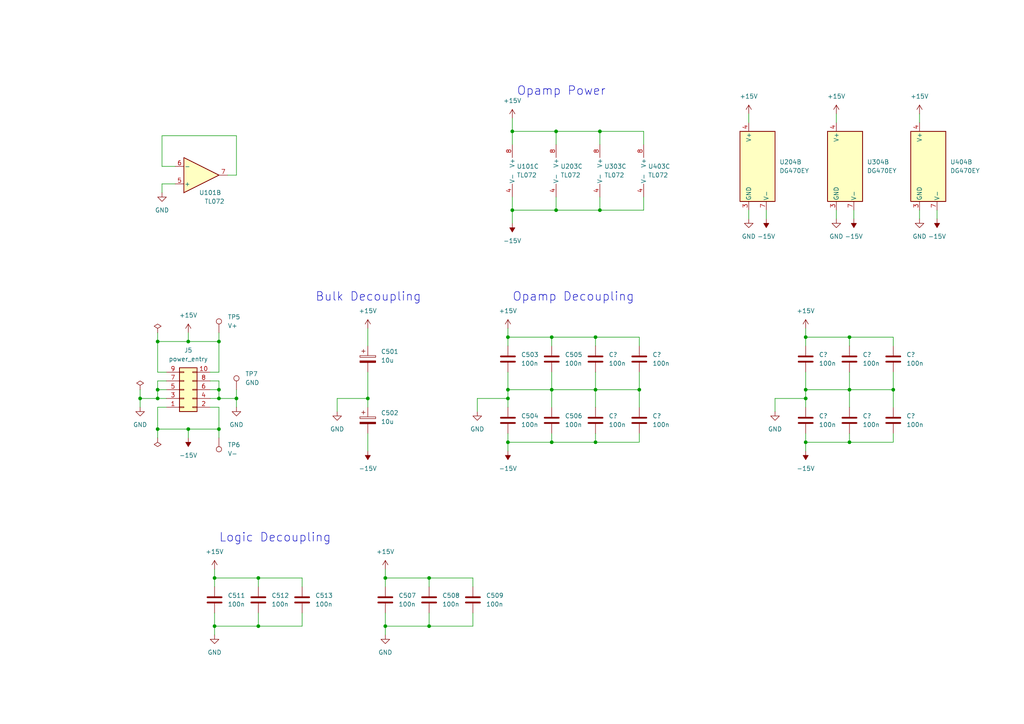
<source format=kicad_sch>
(kicad_sch (version 20211123) (generator eeschema)
  (paper "A4")
  (title_block (title "Josh Ox Ribbon Synth ADSR board") (date "2022-09-24") (rev "1.0") (comment 2 "creativecommons.org/licences/by/4.0") (comment 3 "license: CC by 4.0") (comment 4 "Author: Jordan Aceto"))
  (lib_symbols
    (symbol "Amplifier_Operational:TL072" (pin_names (offset 0.127))
      (property "Reference" "U" (at 0 5.08 0))
      (property "Value" "TL072" (at 0 -5.08 0))
      (symbol "TL072_1_1"
        (polyline (pts (xy -5.08 5.08) (xy 5.08 0) (xy -5.08 -5.08) (xy -5.08 5.08)) (stroke (width 0.254)) (fill (type background)))
        (pin output line (at 7.62 0 180) (length 2.54) (name "~") (number "1"))
        (pin input line (at -7.62 -2.54 0) (length 2.54) (name "-") (number "2"))
        (pin input line (at -7.62 2.54 0) (length 2.54) (name "+") (number "3"))
      )
      (symbol "TL072_2_1"
        (polyline (pts (xy -5.08 5.08) (xy 5.08 0) (xy -5.08 -5.08) (xy -5.08 5.08)) (stroke (width 0.254)) (fill (type background)))
        (pin input line (at -7.62 2.54 0) (length 2.54) (name "+") (number "5"))
        (pin input line (at -7.62 -2.54 0) (length 2.54) (name "-") (number "6"))
        (pin output line (at 7.62 0 180) (length 2.54) (name "~") (number "7"))
      )
      (symbol "TL072_3_1"
        (pin power_in line (at -2.54 -7.62 90) (length 3.81) (name "V-") (number "4"))
        (pin power_in line (at -2.54 7.62 270) (length 3.81) (name "V+") (number "8"))
      )
    )
    (symbol "Connector:TestPoint" (pin_numbers hide) (pin_names (offset 0.762) hide)
      (property "Reference" "TP" (at 0 6.858 0))
      (property "Value" "TestPoint" (at 0 5.08 0))
      (symbol "TestPoint_0_1"
        (circle (center 0 3.302) (radius 0.762))
      )
      (symbol "TestPoint_1_1"
        (pin passive line (at 0 0 90) (length 2.54) (name "1") (number "1"))
      )
    )
    (symbol "Connector_Generic:Conn_02x05_Odd_Even" (pin_names (offset 1.016) hide)
      (property "Reference" "J" (at 1.27 7.62 0))
      (property "Value" "Conn_02x05_Odd_Even" (at 1.27 -7.62 0))
      (symbol "Conn_02x05_Odd_Even_1_1"
        (rectangle (start -1.27 -4.953) (end 0 -5.207) (stroke (width 0.1524)))
        (rectangle (start -1.27 -2.413) (end 0 -2.667) (stroke (width 0.1524)))
        (rectangle (start -1.27 0.127) (end 0 -0.127) (stroke (width 0.1524)))
        (rectangle (start -1.27 2.667) (end 0 2.413) (stroke (width 0.1524)))
        (rectangle (start -1.27 5.207) (end 0 4.953) (stroke (width 0.1524)))
        (rectangle (start -1.27 6.35) (end 3.81 -6.35) (stroke (width 0.254)) (fill (type background)))
        (rectangle (start 3.81 -4.953) (end 2.54 -5.207) (stroke (width 0.1524)))
        (rectangle (start 3.81 -2.413) (end 2.54 -2.667) (stroke (width 0.1524)))
        (rectangle (start 3.81 0.127) (end 2.54 -0.127) (stroke (width 0.1524)))
        (rectangle (start 3.81 2.667) (end 2.54 2.413) (stroke (width 0.1524)))
        (rectangle (start 3.81 5.207) (end 2.54 4.953) (stroke (width 0.1524)))
        (pin passive line (at -5.08 5.08 0) (length 3.81) (name "Pin_1") (number "1"))
        (pin passive line (at 7.62 -5.08 180) (length 3.81) (name "Pin_10") (number "10"))
        (pin passive line (at 7.62 5.08 180) (length 3.81) (name "Pin_2") (number "2"))
        (pin passive line (at -5.08 2.54 0) (length 3.81) (name "Pin_3") (number "3"))
        (pin passive line (at 7.62 2.54 180) (length 3.81) (name "Pin_4") (number "4"))
        (pin passive line (at -5.08 0 0) (length 3.81) (name "Pin_5") (number "5"))
        (pin passive line (at 7.62 0 180) (length 3.81) (name "Pin_6") (number "6"))
        (pin passive line (at -5.08 -2.54 0) (length 3.81) (name "Pin_7") (number "7"))
        (pin passive line (at 7.62 -2.54 180) (length 3.81) (name "Pin_8") (number "8"))
        (pin passive line (at -5.08 -5.08 0) (length 3.81) (name "Pin_9") (number "9"))
      )
    )
    (symbol "DG470EY_1" (pin_names (offset 0.254))
      (property "Reference" "U?" (at 0 7.62 0))
      (property "Value" "DG470EY_1" (at 0 5.08 0))
      (symbol "DG470EY_1_1_1"
        (rectangle (start -3.81 1.905) (end 3.81 -7.62) (stroke (width 0.254)) (fill (type background)))
        (circle (center -2.159 -2.54) (radius 0.508) (stroke (width 0.254)))
        (polyline (pts (xy -5.08 -2.54) (xy -2.794 -2.54)))
        (polyline (pts (xy -1.651 -2.413) (xy 2.54 -0.635)) (stroke (width 0.254)))
        (polyline (pts (xy 0 -7.62) (xy 0 -7.112)))
        (polyline (pts (xy 0 -6.858) (xy 0 -6.604)))
        (polyline (pts (xy 0 -6.35) (xy 0 -6.096)))
        (polyline (pts (xy 0 -5.842) (xy 0 -5.588)))
        (polyline (pts (xy 0 -5.334) (xy 0 -5.08)))
        (polyline (pts (xy 0 -4.826) (xy 0 -4.572)))
        (polyline (pts (xy 0 -4.318) (xy 0 -4.064)))
        (polyline (pts (xy 0 -3.81) (xy 0 -3.556)))
        (polyline (pts (xy 0 -3.302) (xy 0 -3.048)))
        (polyline (pts (xy 0 -2.794) (xy 0 -2.54)))
        (polyline (pts (xy 0 -2.286) (xy 0 -2.032)))
        (polyline (pts (xy 0 -2.286) (xy 0 -2.032)))
        (polyline (pts (xy 5.08 -5.08) (xy 2.794 -5.08)))
        (polyline (pts (xy 5.08 0) (xy 2.794 0)))
        (circle (center 2.159 -5.08) (radius 0.508) (stroke (width 0.254)))
        (circle (center 2.159 0) (radius 0.508) (stroke (width 0.254)))
        (pin passive line (at -7.62 -2.54 0) (length 2.54) (name "~") (number "1"))
        (pin passive line (at 7.62 0 180) (length 2.54) (name "~") (number "2"))
        (pin input line (at -7.62 -6.35 0) (length 3.81) (name "~{EN}") (number "5"))
        (pin input line (at 0 -10.16 90) (length 2.54) (name "~") (number "6"))
        (pin passive line (at 7.62 -5.08 180) (length 2.54) (name "~") (number "8"))
      )
      (symbol "DG470EY_1_2_0"
        (pin power_in line (at -1.27 -12.7 90) (length 2.54) (name "GND") (number "3"))
        (pin power_in line (at -1.27 12.7 270) (length 2.54) (name "V+") (number "4"))
        (pin power_in line (at 3.81 -12.7 90) (length 2.54) (name "V-") (number "7"))
      )
      (symbol "DG470EY_1_2_1"
        (rectangle (start -3.81 10.16) (end 6.35 -10.16) (stroke (width 0.254)) (fill (type background)))
      )
    )
    (symbol "DG470EY_2" (pin_names (offset 0.254))
      (property "Reference" "U?" (at 0 7.62 0))
      (property "Value" "DG470EY_2" (at 0 5.08 0))
      (symbol "DG470EY_2_1_1"
        (rectangle (start -3.81 1.905) (end 3.81 -7.62) (stroke (width 0.254)) (fill (type background)))
        (circle (center -2.159 -2.54) (radius 0.508) (stroke (width 0.254)))
        (polyline (pts (xy -5.08 -2.54) (xy -2.794 -2.54)))
        (polyline (pts (xy -1.651 -2.413) (xy 2.54 -0.635)) (stroke (width 0.254)))
        (polyline (pts (xy 0 -7.62) (xy 0 -7.112)))
        (polyline (pts (xy 0 -6.858) (xy 0 -6.604)))
        (polyline (pts (xy 0 -6.35) (xy 0 -6.096)))
        (polyline (pts (xy 0 -5.842) (xy 0 -5.588)))
        (polyline (pts (xy 0 -5.334) (xy 0 -5.08)))
        (polyline (pts (xy 0 -4.826) (xy 0 -4.572)))
        (polyline (pts (xy 0 -4.318) (xy 0 -4.064)))
        (polyline (pts (xy 0 -3.81) (xy 0 -3.556)))
        (polyline (pts (xy 0 -3.302) (xy 0 -3.048)))
        (polyline (pts (xy 0 -2.794) (xy 0 -2.54)))
        (polyline (pts (xy 0 -2.286) (xy 0 -2.032)))
        (polyline (pts (xy 0 -2.286) (xy 0 -2.032)))
        (polyline (pts (xy 5.08 -5.08) (xy 2.794 -5.08)))
        (polyline (pts (xy 5.08 0) (xy 2.794 0)))
        (circle (center 2.159 -5.08) (radius 0.508) (stroke (width 0.254)))
        (circle (center 2.159 0) (radius 0.508) (stroke (width 0.254)))
        (pin passive line (at -7.62 -2.54 0) (length 2.54) (name "~") (number "1"))
        (pin passive line (at 7.62 0 180) (length 2.54) (name "~") (number "2"))
        (pin input line (at -7.62 -6.35 0) (length 3.81) (name "~{EN}") (number "5"))
        (pin input line (at 0 -10.16 90) (length 2.54) (name "~") (number "6"))
        (pin passive line (at 7.62 -5.08 180) (length 2.54) (name "~") (number "8"))
      )
      (symbol "DG470EY_2_2_0"
        (pin power_in line (at -1.27 -12.7 90) (length 2.54) (name "GND") (number "3"))
        (pin power_in line (at -1.27 12.7 270) (length 2.54) (name "V+") (number "4"))
        (pin power_in line (at 3.81 -12.7 90) (length 2.54) (name "V-") (number "7"))
      )
      (symbol "DG470EY_2_2_1"
        (rectangle (start -3.81 10.16) (end 6.35 -10.16) (stroke (width 0.254)) (fill (type background)))
      )
    )
    (symbol "Device:C" (pin_numbers hide) (pin_names (offset 0.254))
      (property "Reference" "C" (at 0.635 2.54 0))
      (property "Value" "C" (at 0.635 -2.54 0))
      (symbol "C_0_1"
        (polyline (pts (xy -2.032 -0.762) (xy 2.032 -0.762)) (stroke (width 0.508)))
        (polyline (pts (xy -2.032 0.762) (xy 2.032 0.762)) (stroke (width 0.508)))
      )
      (symbol "C_1_1"
        (pin passive line (at 0 3.81 270) (length 2.794) (name "~") (number "1"))
        (pin passive line (at 0 -3.81 90) (length 2.794) (name "~") (number "2"))
      )
    )
    (symbol "Device:C_Polarized" (pin_numbers hide) (pin_names (offset 0.254))
      (property "Reference" "C" (at 0.635 2.54 0))
      (property "Value" "C_Polarized" (at 0.635 -2.54 0))
      (symbol "C_Polarized_0_1"
        (rectangle (start -2.286 0.508) (end 2.286 1.016))
        (polyline (pts (xy -1.778 2.286) (xy -0.762 2.286)))
        (polyline (pts (xy -1.27 2.794) (xy -1.27 1.778)))
        (rectangle (start 2.286 -0.508) (end -2.286 -1.016) (fill (type outline)))
      )
      (symbol "C_Polarized_1_1"
        (pin passive line (at 0 3.81 270) (length 2.794) (name "~") (number "1"))
        (pin passive line (at 0 -3.81 90) (length 2.794) (name "~") (number "2"))
      )
    )
    (symbol "custom_symbols:DG470EY" (pin_names (offset 0.254))
      (property "Reference" "U?" (at 0 7.62 0))
      (property "Value" "DG470EY" (at 0 5.08 0))
      (symbol "DG470EY_1_1"
        (rectangle (start -3.81 1.905) (end 3.81 -7.62) (stroke (width 0.254)) (fill (type background)))
        (circle (center -2.159 -2.54) (radius 0.508) (stroke (width 0.254)))
        (polyline (pts (xy -5.08 -2.54) (xy -2.794 -2.54)))
        (polyline (pts (xy -1.651 -2.413) (xy 2.54 -0.635)) (stroke (width 0.254)))
        (polyline (pts (xy 0 -7.62) (xy 0 -7.112)))
        (polyline (pts (xy 0 -6.858) (xy 0 -6.604)))
        (polyline (pts (xy 0 -6.35) (xy 0 -6.096)))
        (polyline (pts (xy 0 -5.842) (xy 0 -5.588)))
        (polyline (pts (xy 0 -5.334) (xy 0 -5.08)))
        (polyline (pts (xy 0 -4.826) (xy 0 -4.572)))
        (polyline (pts (xy 0 -4.318) (xy 0 -4.064)))
        (polyline (pts (xy 0 -3.81) (xy 0 -3.556)))
        (polyline (pts (xy 0 -3.302) (xy 0 -3.048)))
        (polyline (pts (xy 0 -2.794) (xy 0 -2.54)))
        (polyline (pts (xy 0 -2.286) (xy 0 -2.032)))
        (polyline (pts (xy 0 -2.286) (xy 0 -2.032)))
        (polyline (pts (xy 5.08 -5.08) (xy 2.794 -5.08)))
        (polyline (pts (xy 5.08 0) (xy 2.794 0)))
        (circle (center 2.159 -5.08) (radius 0.508) (stroke (width 0.254)))
        (circle (center 2.159 0) (radius 0.508) (stroke (width 0.254)))
        (pin passive line (at -7.62 -2.54 0) (length 2.54) (name "~") (number "1"))
        (pin passive line (at 7.62 0 180) (length 2.54) (name "~") (number "2"))
        (pin input line (at -7.62 -6.35 0) (length 3.81) (name "~{EN}") (number "5"))
        (pin input line (at 0 -10.16 90) (length 2.54) (name "~") (number "6"))
        (pin passive line (at 7.62 -5.08 180) (length 2.54) (name "~") (number "8"))
      )
      (symbol "DG470EY_2_0"
        (pin power_in line (at -1.27 -12.7 90) (length 2.54) (name "GND") (number "3"))
        (pin power_in line (at -1.27 12.7 270) (length 2.54) (name "V+") (number "4"))
        (pin power_in line (at 3.81 -12.7 90) (length 2.54) (name "V-") (number "7"))
      )
      (symbol "DG470EY_2_1"
        (rectangle (start -3.81 10.16) (end 6.35 -10.16) (stroke (width 0.254)) (fill (type background)))
      )
    )
    (symbol "power:+15V" (power) (pin_names (offset 0))
      (property "Value" "+15V" (at 0 3.556 0))
      (symbol "+15V_0_1"
        (polyline (pts (xy -0.762 1.27) (xy 0 2.54)))
        (polyline (pts (xy 0 0) (xy 0 2.54)))
        (polyline (pts (xy 0 2.54) (xy 0.762 1.27)))
      )
      (symbol "+15V_1_1"
        (pin power_in line (at 0 0 90) (length 0) hide (name "+15V") (number "1"))
      )
    )
    (symbol "power:-15V" (power) (pin_names (offset 0))
      (property "Value" "-15V" (at 0 3.81 0))
      (symbol "-15V_0_0"
        (pin power_in line (at 0 0 90) (length 0) hide (name "-15V") (number "1"))
      )
      (symbol "-15V_0_1"
        (polyline (pts (xy 0 0) (xy 0 1.27) (xy 0.762 1.27) (xy 0 2.54) (xy -0.762 1.27) (xy 0 1.27)) (fill (type outline)))
      )
    )
    (symbol "power:GND" (power) (pin_names (offset 0))
      (property "Value" "GND" (at 0 -3.81 0))
      (symbol "GND_0_1"
        (polyline (pts (xy 0 0) (xy 0 -1.27) (xy 1.27 -1.27) (xy 0 -2.54) (xy -1.27 -1.27) (xy 0 -1.27)))
      )
      (symbol "GND_1_1"
        (pin power_in line (at 0 0 270) (length 0) hide (name "GND") (number "1"))
      )
    )
    (symbol "power:PWR_FLAG" (power) (pin_numbers hide) (pin_names (offset 0) hide)
      (property "Value" "PWR_FLAG" (at 0 3.81 0))
      (symbol "PWR_FLAG_0_0"
        (pin power_out line (at 0 0 90) (length 0) (name "pwr") (number "1"))
      )
      (symbol "PWR_FLAG_0_1"
        (polyline (pts (xy 0 0) (xy 0 1.27) (xy -1.016 1.905) (xy 0 2.54) (xy 1.016 1.905) (xy 0 1.27)))
      )
    )
  )
  (junction (at 172.72 113.03))
  (junction (at 54.61 124.46))
  (junction (at 147.32 115.57))
  (junction (at 259.08 113.03))
  (junction (at 147.32 128.27))
  (junction (at 161.29 38.1))
  (junction (at 124.46 167.64))
  (junction (at 74.93 167.64))
  (junction (at 45.72 99.06))
  (junction (at 246.38 97.79))
  (junction (at 45.72 124.46))
  (junction (at 68.58 115.57))
  (junction (at 54.61 99.06))
  (junction (at 161.29 60.96))
  (junction (at 147.32 113.03))
  (junction (at 62.23 167.64))
  (junction (at 40.64 115.57))
  (junction (at 185.42 113.03))
  (junction (at 160.02 97.79))
  (junction (at 172.72 128.27))
  (junction (at 63.5 115.57))
  (junction (at 62.23 181.61))
  (junction (at 160.02 113.03))
  (junction (at 233.68 128.27))
  (junction (at 45.72 115.57))
  (junction (at 124.46 181.61))
  (junction (at 74.93 181.61))
  (junction (at 233.68 113.03))
  (junction (at 63.5 113.03))
  (junction (at 148.59 38.1))
  (junction (at 63.5 124.46))
  (junction (at 172.72 97.79))
  (junction (at 246.38 128.27))
  (junction (at 233.68 115.57))
  (junction (at 160.02 128.27))
  (junction (at 233.68 97.79))
  (junction (at 111.76 181.61))
  (junction (at 246.38 113.03))
  (junction (at 147.32 97.79))
  (junction (at 173.99 38.1))
  (junction (at 173.99 60.96))
  (junction (at 106.68 115.57))
  (junction (at 63.5 99.06))
  (junction (at 148.59 60.96))
  (junction (at 111.76 167.64))
  (junction (at 45.72 113.03))
  (wire (pts (xy 74.93 170.18) (xy 74.93 167.64)))
  (wire (pts (xy 60.96 113.03) (xy 63.5 113.03)))
  (wire (pts (xy 160.02 100.33) (xy 160.02 97.79)))
  (wire (pts (xy 233.68 128.27) (xy 233.68 130.81)))
  (wire (pts (xy 246.38 128.27) (xy 246.38 125.73)))
  (wire (pts (xy 48.26 115.57) (xy 45.72 115.57)))
  (wire (pts (xy 46.99 55.88) (xy 46.99 53.34)))
  (wire (pts (xy 106.68 115.57) (xy 106.68 118.11)))
  (wire (pts (xy 74.93 181.61) (xy 87.63 181.61)))
  (wire (pts (xy 148.59 34.29) (xy 148.59 38.1)))
  (wire (pts (xy 161.29 57.15) (xy 161.29 60.96)))
  (wire (pts (xy 185.42 100.33) (xy 185.42 97.79)))
  (wire (pts (xy 63.5 113.03) (xy 63.5 110.49)))
  (wire (pts (xy 46.99 48.26) (xy 46.99 39.37)))
  (wire (pts (xy 160.02 128.27) (xy 172.72 128.27)))
  (wire (pts (xy 186.69 60.96) (xy 173.99 60.96)))
  (wire (pts (xy 40.64 113.03) (xy 40.64 115.57)))
  (wire (pts (xy 68.58 39.37) (xy 68.58 50.8)))
  (wire (pts (xy 147.32 107.95) (xy 147.32 113.03)))
  (wire (pts (xy 246.38 128.27) (xy 259.08 128.27)))
  (wire (pts (xy 147.32 125.73) (xy 147.32 128.27)))
  (wire (pts (xy 186.69 38.1) (xy 173.99 38.1)))
  (wire (pts (xy 242.57 63.5) (xy 242.57 60.96)))
  (wire (pts (xy 185.42 97.79) (xy 172.72 97.79)))
  (wire (pts (xy 138.43 115.57) (xy 147.32 115.57)))
  (wire (pts (xy 97.79 119.38) (xy 97.79 115.57)))
  (wire (pts (xy 46.99 53.34) (xy 50.8 53.34)))
  (wire (pts (xy 173.99 38.1) (xy 161.29 38.1)))
  (wire (pts (xy 45.72 113.03) (xy 48.26 113.03)))
  (wire (pts (xy 259.08 128.27) (xy 259.08 125.73)))
  (wire (pts (xy 161.29 38.1) (xy 148.59 38.1)))
  (wire (pts (xy 172.72 97.79) (xy 160.02 97.79)))
  (wire (pts (xy 185.42 113.03) (xy 185.42 107.95)))
  (wire (pts (xy 233.68 128.27) (xy 246.38 128.27)))
  (wire (pts (xy 161.29 38.1) (xy 161.29 41.91)))
  (wire (pts (xy 45.72 110.49) (xy 45.72 113.03)))
  (wire (pts (xy 172.72 118.11) (xy 172.72 113.03)))
  (wire (pts (xy 172.72 128.27) (xy 172.72 125.73)))
  (wire (pts (xy 45.72 107.95) (xy 48.26 107.95)))
  (wire (pts (xy 172.72 100.33) (xy 172.72 97.79)))
  (wire (pts (xy 48.26 118.11) (xy 45.72 118.11)))
  (wire (pts (xy 68.58 115.57) (xy 63.5 115.57)))
  (wire (pts (xy 259.08 113.03) (xy 259.08 107.95)))
  (wire (pts (xy 62.23 177.8) (xy 62.23 181.61)))
  (wire (pts (xy 246.38 113.03) (xy 246.38 107.95)))
  (wire (pts (xy 148.59 57.15) (xy 148.59 60.96)))
  (wire (pts (xy 172.72 128.27) (xy 185.42 128.27)))
  (wire (pts (xy 185.42 128.27) (xy 185.42 125.73)))
  (wire (pts (xy 138.43 119.38) (xy 138.43 115.57)))
  (wire (pts (xy 148.59 38.1) (xy 148.59 41.91)))
  (wire (pts (xy 63.5 99.06) (xy 54.61 99.06)))
  (wire (pts (xy 233.68 107.95) (xy 233.68 113.03)))
  (wire (pts (xy 124.46 181.61) (xy 137.16 181.61)))
  (wire (pts (xy 247.65 63.5) (xy 247.65 60.96)))
  (wire (pts (xy 87.63 181.61) (xy 87.63 177.8)))
  (wire (pts (xy 54.61 99.06) (xy 45.72 99.06)))
  (wire (pts (xy 40.64 118.11) (xy 40.64 115.57)))
  (wire (pts (xy 63.5 107.95) (xy 63.5 99.06)))
  (wire (pts (xy 74.93 181.61) (xy 62.23 181.61)))
  (wire (pts (xy 62.23 184.15) (xy 62.23 181.61)))
  (wire (pts (xy 62.23 167.64) (xy 62.23 170.18)))
  (wire (pts (xy 68.58 113.03) (xy 68.58 115.57)))
  (wire (pts (xy 266.7 33.02) (xy 266.7 35.56)))
  (wire (pts (xy 266.7 63.5) (xy 266.7 60.96)))
  (wire (pts (xy 259.08 100.33) (xy 259.08 97.79)))
  (wire (pts (xy 147.32 95.25) (xy 147.32 97.79)))
  (wire (pts (xy 45.72 110.49) (xy 48.26 110.49)))
  (wire (pts (xy 63.5 118.11) (xy 60.96 118.11)))
  (wire (pts (xy 54.61 96.52) (xy 54.61 99.06)))
  (wire (pts (xy 147.32 128.27) (xy 160.02 128.27)))
  (wire (pts (xy 233.68 97.79) (xy 233.68 100.33)))
  (wire (pts (xy 172.72 113.03) (xy 160.02 113.03)))
  (wire (pts (xy 124.46 181.61) (xy 111.76 181.61)))
  (wire (pts (xy 233.68 125.73) (xy 233.68 128.27)))
  (wire (pts (xy 62.23 165.1) (xy 62.23 167.64)))
  (wire (pts (xy 222.25 63.5) (xy 222.25 60.96)))
  (wire (pts (xy 74.93 181.61) (xy 74.93 177.8)))
  (wire (pts (xy 45.72 118.11) (xy 45.72 124.46)))
  (wire (pts (xy 147.32 128.27) (xy 147.32 130.81)))
  (wire (pts (xy 111.76 165.1) (xy 111.76 167.64)))
  (wire (pts (xy 63.5 115.57) (xy 63.5 113.03)))
  (wire (pts (xy 242.57 33.02) (xy 242.57 35.56)))
  (wire (pts (xy 160.02 128.27) (xy 160.02 125.73)))
  (wire (pts (xy 160.02 97.79) (xy 147.32 97.79)))
  (wire (pts (xy 160.02 113.03) (xy 160.02 107.95)))
  (wire (pts (xy 224.79 115.57) (xy 233.68 115.57)))
  (wire (pts (xy 246.38 113.03) (xy 233.68 113.03)))
  (wire (pts (xy 111.76 177.8) (xy 111.76 181.61)))
  (wire (pts (xy 63.5 96.52) (xy 63.5 99.06)))
  (wire (pts (xy 233.68 95.25) (xy 233.68 97.79)))
  (wire (pts (xy 54.61 124.46) (xy 63.5 124.46)))
  (wire (pts (xy 111.76 184.15) (xy 111.76 181.61)))
  (wire (pts (xy 87.63 167.64) (xy 87.63 170.18)))
  (wire (pts (xy 124.46 170.18) (xy 124.46 167.64)))
  (wire (pts (xy 137.16 181.61) (xy 137.16 177.8)))
  (wire (pts (xy 106.68 95.25) (xy 106.68 100.33)))
  (wire (pts (xy 45.72 96.52) (xy 45.72 99.06)))
  (wire (pts (xy 160.02 118.11) (xy 160.02 113.03)))
  (wire (pts (xy 147.32 115.57) (xy 147.32 118.11)))
  (wire (pts (xy 246.38 100.33) (xy 246.38 97.79)))
  (wire (pts (xy 45.72 113.03) (xy 45.72 115.57)))
  (wire (pts (xy 259.08 113.03) (xy 246.38 113.03)))
  (wire (pts (xy 173.99 57.15) (xy 173.99 60.96)))
  (wire (pts (xy 161.29 60.96) (xy 148.59 60.96)))
  (wire (pts (xy 74.93 167.64) (xy 62.23 167.64)))
  (wire (pts (xy 40.64 115.57) (xy 45.72 115.57)))
  (wire (pts (xy 68.58 118.11) (xy 68.58 115.57)))
  (wire (pts (xy 124.46 181.61) (xy 124.46 177.8)))
  (wire (pts (xy 217.17 63.5) (xy 217.17 60.96)))
  (wire (pts (xy 185.42 118.11) (xy 185.42 113.03)))
  (wire (pts (xy 54.61 124.46) (xy 54.61 127)))
  (wire (pts (xy 259.08 97.79) (xy 246.38 97.79)))
  (wire (pts (xy 259.08 118.11) (xy 259.08 113.03)))
  (wire (pts (xy 97.79 115.57) (xy 106.68 115.57)))
  (wire (pts (xy 186.69 38.1) (xy 186.69 41.91)))
  (wire (pts (xy 137.16 167.64) (xy 137.16 170.18)))
  (wire (pts (xy 60.96 107.95) (xy 63.5 107.95)))
  (wire (pts (xy 217.17 33.02) (xy 217.17 35.56)))
  (wire (pts (xy 233.68 115.57) (xy 233.68 118.11)))
  (wire (pts (xy 45.72 124.46) (xy 54.61 124.46)))
  (wire (pts (xy 186.69 57.15) (xy 186.69 60.96)))
  (wire (pts (xy 60.96 115.57) (xy 63.5 115.57)))
  (wire (pts (xy 74.93 167.64) (xy 87.63 167.64)))
  (wire (pts (xy 60.96 110.49) (xy 63.5 110.49)))
  (wire (pts (xy 246.38 97.79) (xy 233.68 97.79)))
  (wire (pts (xy 111.76 167.64) (xy 111.76 170.18)))
  (wire (pts (xy 106.68 125.73) (xy 106.68 130.81)))
  (wire (pts (xy 124.46 167.64) (xy 111.76 167.64)))
  (wire (pts (xy 50.8 48.26) (xy 46.99 48.26)))
  (wire (pts (xy 233.68 113.03) (xy 233.68 115.57)))
  (wire (pts (xy 246.38 118.11) (xy 246.38 113.03)))
  (wire (pts (xy 46.99 39.37) (xy 68.58 39.37)))
  (wire (pts (xy 63.5 124.46) (xy 63.5 118.11)))
  (wire (pts (xy 185.42 113.03) (xy 172.72 113.03)))
  (wire (pts (xy 124.46 167.64) (xy 137.16 167.64)))
  (wire (pts (xy 173.99 60.96) (xy 161.29 60.96)))
  (wire (pts (xy 45.72 127) (xy 45.72 124.46)))
  (wire (pts (xy 160.02 113.03) (xy 147.32 113.03)))
  (wire (pts (xy 106.68 107.95) (xy 106.68 115.57)))
  (wire (pts (xy 68.58 50.8) (xy 66.04 50.8)))
  (wire (pts (xy 173.99 38.1) (xy 173.99 41.91)))
  (wire (pts (xy 148.59 64.77) (xy 148.59 60.96)))
  (wire (pts (xy 224.79 119.38) (xy 224.79 115.57)))
  (wire (pts (xy 147.32 113.03) (xy 147.32 115.57)))
  (wire (pts (xy 45.72 99.06) (xy 45.72 107.95)))
  (wire (pts (xy 63.5 127) (xy 63.5 124.46)))
  (wire (pts (xy 172.72 113.03) (xy 172.72 107.95)))
  (wire (pts (xy 271.78 63.5) (xy 271.78 60.96)))
  (wire (pts (xy 147.32 97.79) (xy 147.32 100.33)))
  (text "Bulk Decoupling" (at 91.44 87.63 0) (effects (font (size 2.5 2.5)) (justify left bottom)))
  (text "Opamp Decoupling" (at 148.59 87.63 0) (effects (font (size 2.5 2.5)) (justify left bottom)))
  (text "Logic Decoupling" (at 63.5 157.48 0) (effects (font (size 2.5 2.5)) (justify left bottom)))
  (text "Opamp Power" (at 149.86 27.94 0) (effects (font (size 2.5 2.5)) (justify left bottom)))
  (symbol (lib_id "power:+15V") (at 217.17 33.02 0) (unit 1)
    (property "Reference" "#PWR0121" (effects hide))
    (property "Value" "+15V" (at 217.17 27.94 0))
  )
  (symbol (lib_id "power:PWR_FLAG") (at 45.72 127 180) (unit 1)
    (property "Reference" "#FLG0503" (effects hide))
    (property "Value" "PWR_FLAG" (effects hide))
  )
  (symbol (lib_name "DG470EY_1") (lib_id "custom_symbols:DG470EY") (at 218.44 48.26 0) (unit 2)
    (property "Reference" "U204" (at 226.06 46.9899 0) (effects (justify left)))
    (property "Value" "DG470EY" (at 226.06 49.5299 0) (effects (justify left)))
    (property "Footprint" "Package_SO:SOIC-8_3.9x4.9mm_P1.27mm" (effects hide))
    (property "Datasheet" "https://www.vishay.com/docs/71470/dg469.pdf" (effects hide))
  )
  (symbol (lib_id "Amplifier_Operational:TL072") (at 58.42 50.8 0) (mirror x) (unit 2)
    (property "Reference" "U101" (at 60.96 55.88 0))
    (property "Value" "TL072" (at 62.23 58.42 0))
    (property "Footprint" "Package_SO:SOIC-8_3.9x4.9mm_P1.27mm" (effects hide))
    (property "Datasheet" "http://www.ti.com/lit/ds/symlink/tl071.pdf" (effects hide))
  )
  (symbol (lib_id "Device:C") (at 233.68 121.92 0) (unit 1)
    (property "Reference" "C?" (at 237.49 120.6499 0) (effects (justify left)))
    (property "Value" "100n" (at 237.49 123.1899 0) (effects (justify left)))
    (property "Footprint" "Capacitor_SMD:C_0805_2012Metric" (effects hide))
  )
  (symbol (lib_id "power:-15V") (at 54.61 127 180) (unit 1)
    (property "Reference" "#PWR0512" (effects hide))
    (property "Value" "-15V" (at 54.61 132.08 0))
  )
  (symbol (lib_id "power:GND") (at 217.17 63.5 0) (unit 1)
    (property "Reference" "#PWR0118" (effects hide))
    (property "Value" "GND" (at 217.17 68.58 0))
  )
  (symbol (lib_id "custom_symbols:DG470EY") (at 243.84 48.26 0) (unit 2)
    (property "Reference" "U304" (at 251.46 46.9899 0) (effects (justify left)))
    (property "Value" "DG470EY" (at 251.46 49.5299 0) (effects (justify left)))
    (property "Footprint" "Package_SO:SOIC-8_3.9x4.9mm_P1.27mm" (effects hide))
    (property "Datasheet" "https://www.vishay.com/docs/71470/dg469.pdf" (effects hide))
  )
  (symbol (lib_id "Device:C") (at 111.76 173.99 0) (unit 1)
    (property "Reference" "C507" (at 115.57 172.7199 0) (effects (justify left)))
    (property "Value" "100n" (at 115.57 175.2599 0) (effects (justify left)))
    (property "Footprint" "Capacitor_SMD:C_0805_2012Metric" (effects hide))
  )
  (symbol (lib_id "Device:C") (at 246.38 104.14 0) (unit 1)
    (property "Reference" "C?" (at 250.19 102.8699 0) (effects (justify left)))
    (property "Value" "100n" (at 250.19 105.4099 0) (effects (justify left)))
    (property "Footprint" "Capacitor_SMD:C_0805_2012Metric" (effects hide))
  )
  (symbol (lib_id "Device:C") (at 246.38 121.92 0) (unit 1)
    (property "Reference" "C?" (at 250.19 120.6499 0) (effects (justify left)))
    (property "Value" "100n" (at 250.19 123.1899 0) (effects (justify left)))
    (property "Footprint" "Capacitor_SMD:C_0805_2012Metric" (effects hide))
  )
  (symbol (lib_id "Device:C_Polarized") (at 106.68 104.14 0) (unit 1)
    (property "Reference" "C501" (at 110.49 101.9809 0) (effects (justify left)))
    (property "Value" "10u" (at 110.49 104.5209 0) (effects (justify left)))
    (property "Footprint" "Capacitor_THT:CP_Radial_D6.3mm_P2.50mm" (effects hide))
  )
  (symbol (lib_id "power:GND") (at 266.7 63.5 0) (unit 1)
    (property "Reference" "#PWR0124" (effects hide))
    (property "Value" "GND" (at 266.7 68.58 0))
  )
  (symbol (lib_id "power:GND") (at 62.23 184.15 0) (unit 1)
    (property "Reference" "#PWR0507" (effects hide))
    (property "Value" "GND" (at 62.23 189.23 0))
  )
  (symbol (lib_id "power:GND") (at 138.43 119.38 0) (unit 1)
    (property "Reference" "#PWR0511" (effects hide))
    (property "Value" "GND" (at 138.43 124.46 0))
  )
  (symbol (lib_id "power:+15V") (at 266.7 33.02 0) (unit 1)
    (property "Reference" "#PWR0123" (effects hide))
    (property "Value" "+15V" (at 266.7 27.94 0))
  )
  (symbol (lib_id "power:+15V") (at 62.23 165.1 0) (unit 1)
    (property "Reference" "#PWR0505" (effects hide))
    (property "Value" "+15V" (at 62.23 160.02 0))
  )
  (symbol (lib_id "power:GND") (at 111.76 184.15 0) (unit 1)
    (property "Reference" "#PWR0516" (effects hide))
    (property "Value" "GND" (at 111.76 189.23 0))
  )
  (symbol (lib_id "power:PWR_FLAG") (at 40.64 113.03 0) (unit 1)
    (property "Reference" "#FLG0502" (effects hide))
    (property "Value" "PWR_FLAG" (effects hide))
  )
  (symbol (lib_id "Amplifier_Operational:TL072") (at 189.23 49.53 0) (unit 3)
    (property "Reference" "U403" (at 187.96 48.2599 0) (effects (justify left)))
    (property "Value" "TL072" (at 187.96 50.7999 0) (effects (justify left)))
    (property "Footprint" "Package_SO:SOIC-8_3.9x4.9mm_P1.27mm" (effects hide))
    (property "Datasheet" "http://www.ti.com/lit/ds/symlink/tl071.pdf" (effects hide))
  )
  (symbol (lib_id "Device:C") (at 147.32 104.14 0) (unit 1)
    (property "Reference" "C503" (at 151.13 102.8699 0) (effects (justify left)))
    (property "Value" "100n" (at 151.13 105.4099 0) (effects (justify left)))
    (property "Footprint" "Capacitor_SMD:C_0805_2012Metric" (effects hide))
  )
  (symbol (lib_name "DG470EY_2") (lib_id "custom_symbols:DG470EY") (at 267.97 48.26 0) (unit 2)
    (property "Reference" "U404" (at 275.59 46.9899 0) (effects (justify left)))
    (property "Value" "DG470EY" (at 275.59 49.5299 0) (effects (justify left)))
    (property "Footprint" "Package_SO:SOIC-8_3.9x4.9mm_P1.27mm" (effects hide))
    (property "Datasheet" "https://www.vishay.com/docs/71470/dg469.pdf" (effects hide))
  )
  (symbol (lib_id "power:+15V") (at 54.61 96.52 0) (unit 1)
    (property "Reference" "#PWR0506" (effects hide))
    (property "Value" "+15V" (at 54.61 91.44 0))
  )
  (symbol (lib_id "Device:C") (at 172.72 121.92 0) (unit 1)
    (property "Reference" "C?" (at 176.53 120.6499 0) (effects (justify left)))
    (property "Value" "100n" (at 176.53 123.1899 0) (effects (justify left)))
    (property "Footprint" "Capacitor_SMD:C_0805_2012Metric" (effects hide))
  )
  (symbol (lib_id "power:-15V") (at 271.78 63.5 180) (unit 1)
    (property "Reference" "#PWR0122" (effects hide))
    (property "Value" "-15V" (at 271.78 68.58 0))
  )
  (symbol (lib_id "Connector:TestPoint") (at 68.58 113.03 0) (unit 1) (in_bom no)
    (property "Reference" "TP7" (at 71.12 108.4579 0) (effects (justify left)))
    (property "Value" "GND" (at 71.12 110.9979 0) (effects (justify left)))
    (property "Footprint" "TestPoint:TestPoint_Bridge_Pitch7.62mm_Drill1.3mm" (effects hide))
  )
  (symbol (lib_id "Amplifier_Operational:TL072") (at 176.53 49.53 0) (unit 3)
    (property "Reference" "U303" (at 175.26 48.2599 0) (effects (justify left)))
    (property "Value" "TL072" (at 175.26 50.7999 0) (effects (justify left)))
    (property "Footprint" "Package_SO:SOIC-8_3.9x4.9mm_P1.27mm" (effects hide))
    (property "Datasheet" "http://www.ti.com/lit/ds/symlink/tl071.pdf" (effects hide))
  )
  (symbol (lib_id "Amplifier_Operational:TL072") (at 163.83 49.53 0) (unit 3)
    (property "Reference" "U203" (at 162.56 48.2599 0) (effects (justify left)))
    (property "Value" "TL072" (at 162.56 50.7999 0) (effects (justify left)))
    (property "Footprint" "Package_SO:SOIC-8_3.9x4.9mm_P1.27mm" (effects hide))
    (property "Datasheet" "http://www.ti.com/lit/ds/symlink/tl071.pdf" (effects hide))
  )
  (symbol (lib_id "power:-15V") (at 222.25 63.5 180) (unit 1)
    (property "Reference" "#PWR0117" (effects hide))
    (property "Value" "-15V" (at 222.25 68.58 0))
  )
  (symbol (lib_id "Device:C") (at 74.93 173.99 0) (unit 1)
    (property "Reference" "C512" (at 78.74 172.7199 0) (effects (justify left)))
    (property "Value" "100n" (at 78.74 175.2599 0) (effects (justify left)))
    (property "Footprint" "Capacitor_SMD:C_0805_2012Metric" (effects hide))
  )
  (symbol (lib_id "power:GND") (at 40.64 118.11 0) (mirror y) (unit 1)
    (property "Reference" "#PWR0508" (effects hide))
    (property "Value" "GND" (at 40.64 123.19 0))
  )
  (symbol (lib_id "Device:C") (at 259.08 104.14 0) (unit 1)
    (property "Reference" "C?" (at 262.89 102.8699 0) (effects (justify left)))
    (property "Value" "100n" (at 262.89 105.4099 0) (effects (justify left)))
    (property "Footprint" "Capacitor_SMD:C_0805_2012Metric" (effects hide))
  )
  (symbol (lib_id "Device:C") (at 62.23 173.99 0) (unit 1)
    (property "Reference" "C511" (at 66.04 172.7199 0) (effects (justify left)))
    (property "Value" "100n" (at 66.04 175.2599 0) (effects (justify left)))
    (property "Footprint" "Capacitor_SMD:C_0805_2012Metric" (effects hide))
  )
  (symbol (lib_id "Device:C") (at 233.68 104.14 0) (unit 1)
    (property "Reference" "C?" (at 237.49 102.8699 0) (effects (justify left)))
    (property "Value" "100n" (at 237.49 105.4099 0) (effects (justify left)))
    (property "Footprint" "Capacitor_SMD:C_0805_2012Metric" (effects hide))
  )
  (symbol (lib_id "power:+15V") (at 111.76 165.1 0) (unit 1)
    (property "Reference" "#PWR0515" (effects hide))
    (property "Value" "+15V" (at 111.76 160.02 0))
  )
  (symbol (lib_id "power:-15V") (at 148.59 64.77 180) (unit 1)
    (property "Reference" "#PWR0502" (effects hide))
    (property "Value" "-15V" (at 148.59 69.85 0))
  )
  (symbol (lib_id "Connector:TestPoint") (at 63.5 127 180) (unit 1) (in_bom no)
    (property "Reference" "TP6" (at 66.04 129.0319 0) (effects (justify right)))
    (property "Value" "V-" (at 66.04 131.5719 0) (effects (justify right)))
    (property "Footprint" "TestPoint:TestPoint_Keystone_5000-5004_Miniature" (effects hide))
  )
  (symbol (lib_id "Device:C") (at 259.08 121.92 0) (unit 1)
    (property "Reference" "C?" (at 262.89 120.6499 0) (effects (justify left)))
    (property "Value" "100n" (at 262.89 123.1899 0) (effects (justify left)))
    (property "Footprint" "Capacitor_SMD:C_0805_2012Metric" (effects hide))
  )
  (symbol (lib_id "power:-15V") (at 147.32 130.81 180) (unit 1)
    (property "Reference" "#PWR0514" (effects hide))
    (property "Value" "-15V" (at 147.32 135.89 0))
  )
  (symbol (lib_id "power:GND") (at 242.57 63.5 0) (unit 1)
    (property "Reference" "#PWR0116" (effects hide))
    (property "Value" "GND" (at 242.57 68.58 0))
  )
  (symbol (lib_id "power:+15V") (at 148.59 34.29 0) (unit 1)
    (property "Reference" "#PWR0501" (effects hide))
    (property "Value" "+15V" (at 148.59 29.21 0))
  )
  (symbol (lib_id "power:-15V") (at 233.68 130.81 180) (unit 1)
    (property "Reference" "#PWR0127" (effects hide))
    (property "Value" "-15V" (at 233.68 135.89 0))
  )
  (symbol (lib_id "Device:C_Polarized") (at 106.68 121.92 0) (unit 1)
    (property "Reference" "C502" (at 110.49 119.7609 0) (effects (justify left)))
    (property "Value" "10u" (at 110.49 122.3009 0) (effects (justify left)))
    (property "Footprint" "Capacitor_THT:CP_Radial_D6.3mm_P2.50mm" (effects hide))
  )
  (symbol (lib_id "Connector:TestPoint") (at 63.5 96.52 0) (unit 1) (in_bom no)
    (property "Reference" "TP5" (at 66.04 91.9479 0) (effects (justify left)))
    (property "Value" "V+" (at 66.04 94.4879 0) (effects (justify left)))
    (property "Footprint" "TestPoint:TestPoint_Keystone_5000-5004_Miniature" (effects hide))
  )
  (symbol (lib_id "power:PWR_FLAG") (at 45.72 96.52 0) (unit 1)
    (property "Reference" "#FLG0501" (effects hide))
    (property "Value" "PWR_FLAG" (effects hide))
  )
  (symbol (lib_id "Device:C") (at 160.02 104.14 0) (unit 1)
    (property "Reference" "C505" (at 163.83 102.8699 0) (effects (justify left)))
    (property "Value" "100n" (at 163.83 105.4099 0) (effects (justify left)))
    (property "Footprint" "Capacitor_SMD:C_0805_2012Metric" (effects hide))
  )
  (symbol (lib_id "Device:C") (at 172.72 104.14 0) (unit 1)
    (property "Reference" "C?" (at 176.53 102.8699 0) (effects (justify left)))
    (property "Value" "100n" (at 176.53 105.4099 0) (effects (justify left)))
    (property "Footprint" "Capacitor_SMD:C_0805_2012Metric" (effects hide))
  )
  (symbol (lib_id "Device:C") (at 147.32 121.92 0) (unit 1)
    (property "Reference" "C504" (at 151.13 120.6499 0) (effects (justify left)))
    (property "Value" "100n" (at 151.13 123.1899 0) (effects (justify left)))
    (property "Footprint" "Capacitor_SMD:C_0805_2012Metric" (effects hide))
  )
  (symbol (lib_id "Device:C") (at 87.63 173.99 0) (unit 1)
    (property "Reference" "C513" (at 91.44 172.7199 0) (effects (justify left)))
    (property "Value" "100n" (at 91.44 175.2599 0) (effects (justify left)))
    (property "Footprint" "Capacitor_SMD:C_0805_2012Metric" (effects hide))
  )
  (symbol (lib_id "power:+15V") (at 242.57 33.02 0) (unit 1)
    (property "Reference" "#PWR0120" (effects hide))
    (property "Value" "+15V" (at 242.57 27.94 0))
  )
  (symbol (lib_id "power:GND") (at 68.58 118.11 0) (unit 1)
    (property "Reference" "#PWR0509" (effects hide))
    (property "Value" "GND" (at 68.58 123.19 0))
  )
  (symbol (lib_id "Device:C") (at 124.46 173.99 0) (unit 1)
    (property "Reference" "C508" (at 128.27 172.7199 0) (effects (justify left)))
    (property "Value" "100n" (at 128.27 175.2599 0) (effects (justify left)))
    (property "Footprint" "Capacitor_SMD:C_0805_2012Metric" (effects hide))
  )
  (symbol (lib_id "power:+15V") (at 147.32 95.25 0) (unit 1)
    (property "Reference" "#PWR0504" (effects hide))
    (property "Value" "+15V" (at 147.32 90.17 0))
  )
  (symbol (lib_id "power:+15V") (at 106.68 95.25 0) (unit 1)
    (property "Reference" "#PWR0503" (effects hide))
    (property "Value" "+15V" (at 106.68 90.17 0))
  )
  (symbol (lib_id "power:+15V") (at 233.68 95.25 0) (unit 1)
    (property "Reference" "#PWR0125" (effects hide))
    (property "Value" "+15V" (at 233.68 90.17 0))
  )
  (symbol (lib_id "Amplifier_Operational:TL072") (at 151.13 49.53 0) (unit 3)
    (property "Reference" "U101" (at 149.86 48.2599 0) (effects (justify left)))
    (property "Value" "TL072" (at 149.86 50.7999 0) (effects (justify left)))
    (property "Footprint" "Package_SO:SOIC-8_3.9x4.9mm_P1.27mm" (effects hide))
    (property "Datasheet" "http://www.ti.com/lit/ds/symlink/tl071.pdf" (effects hide))
  )
  (symbol (lib_id "Device:C") (at 185.42 104.14 0) (unit 1)
    (property "Reference" "C?" (at 189.23 102.8699 0) (effects (justify left)))
    (property "Value" "100n" (at 189.23 105.4099 0) (effects (justify left)))
    (property "Footprint" "Capacitor_SMD:C_0805_2012Metric" (effects hide))
  )
  (symbol (lib_id "Device:C") (at 160.02 121.92 0) (unit 1)
    (property "Reference" "C506" (at 163.83 120.6499 0) (effects (justify left)))
    (property "Value" "100n" (at 163.83 123.1899 0) (effects (justify left)))
    (property "Footprint" "Capacitor_SMD:C_0805_2012Metric" (effects hide))
  )
  (symbol (lib_id "power:-15V") (at 106.68 130.81 180) (unit 1)
    (property "Reference" "#PWR0513" (effects hide))
    (property "Value" "-15V" (at 106.68 135.89 0))
  )
  (symbol (lib_id "Device:C") (at 137.16 173.99 0) (unit 1)
    (property "Reference" "C509" (at 140.97 172.7199 0) (effects (justify left)))
    (property "Value" "100n" (at 140.97 175.2599 0) (effects (justify left)))
    (property "Footprint" "Capacitor_SMD:C_0805_2012Metric" (effects hide))
  )
  (symbol (lib_id "Connector_Generic:Conn_02x05_Odd_Even") (at 53.34 113.03 0) (mirror x) (unit 1)
    (property "Reference" "J5" (at 54.61 101.6 0))
    (property "Value" "power_entry" (at 54.61 104.14 0))
    (property "Footprint" "Connector_IDC:IDC-Header_2x05_P2.54mm_Vertical" (effects hide))
  )
  (symbol (lib_id "power:GND") (at 46.99 55.88 0) (unit 1)
    (property "Reference" "#PWR0115" (effects hide))
    (property "Value" "GND" (at 46.99 60.96 0))
  )
  (symbol (lib_id "power:-15V") (at 247.65 63.5 180) (unit 1)
    (property "Reference" "#PWR0119" (effects hide))
    (property "Value" "-15V" (at 247.65 68.58 0))
  )
  (symbol (lib_id "power:GND") (at 97.79 119.38 0) (unit 1)
    (property "Reference" "#PWR0510" (effects hide))
    (property "Value" "GND" (at 97.79 124.46 0))
  )
  (symbol (lib_id "power:GND") (at 224.79 119.38 0) (unit 1)
    (property "Reference" "#PWR0126" (effects hide))
    (property "Value" "GND" (at 224.79 124.46 0))
  )
  (symbol (lib_id "Device:C") (at 185.42 121.92 0) (unit 1)
    (property "Reference" "C?" (at 189.23 120.6499 0) (effects (justify left)))
    (property "Value" "100n" (at 189.23 123.1899 0) (effects (justify left)))
    (property "Footprint" "Capacitor_SMD:C_0805_2012Metric" (effects hide))
  )
)
</source>
